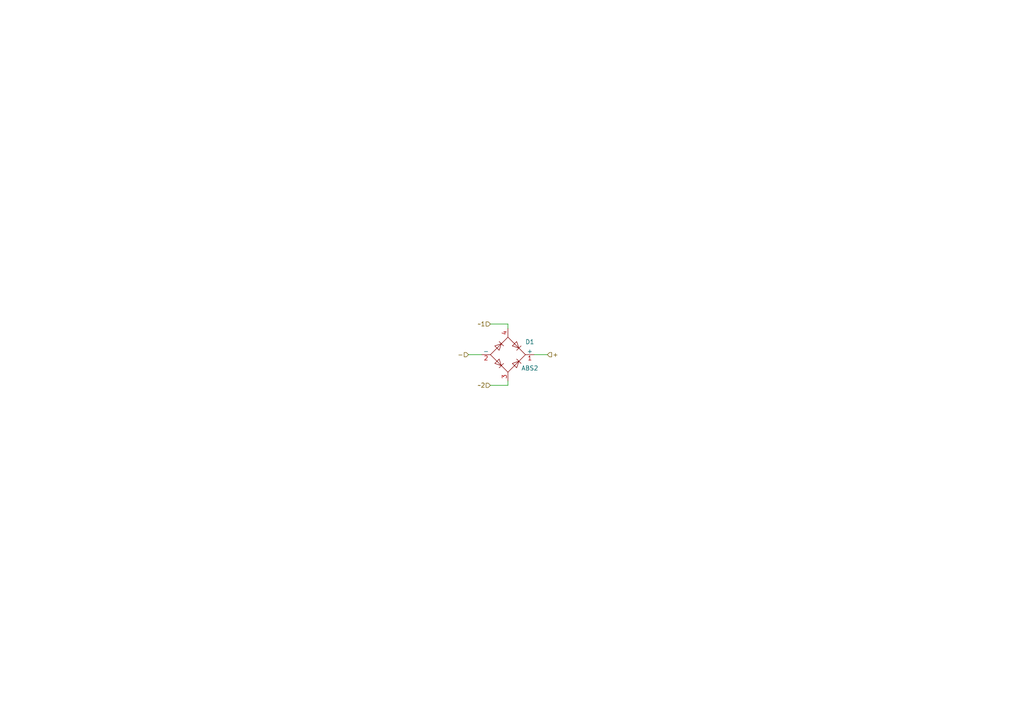
<source format=kicad_sch>
(kicad_sch (version 20230121) (generator eeschema)
  (paper "A4")
  (lib_symbols
    (symbol "Diode_Bridge:ABS2" (pin_names (offset 0))
      (property "Reference" "D" (at 2.54 6.985 0))
      (property "Value" "ABS2" (at 2.54 5.08 0))
      (symbol "ABS2_0_1"
        (polyline (pts (xy -2.54 3.81) (xy -1.27 2.54)))
        (polyline (pts (xy -1.27 -2.54) (xy -2.54 -3.81)))
        (polyline (pts (xy 2.54 -1.27) (xy 3.81 -2.54)))
        (polyline (pts (xy 2.54 1.27) (xy 3.81 2.54)))
        (polyline (pts (xy -3.81 2.54) (xy -2.54 1.27) (xy -1.905 3.175) (xy -3.81 2.54)))
        (polyline (pts (xy -2.54 -1.27) (xy -3.81 -2.54) (xy -1.905 -3.175) (xy -2.54 -1.27)))
        (polyline (pts (xy 1.27 2.54) (xy 2.54 3.81) (xy 3.175 1.905) (xy 1.27 2.54)))
        (polyline (pts (xy 3.175 -1.905) (xy 1.27 -2.54) (xy 2.54 -3.81) (xy 3.175 -1.905)))
        (polyline (pts (xy -5.08 0) (xy 0 -5.08) (xy 5.08 0) (xy 0 5.08) (xy -5.08 0)))
      )
      (symbol "ABS2_1_1"
        (pin passive line (at 7.62 0 180) (length 2.54) (name "+") (number "1"))
        (pin passive line (at -7.62 0 0) (length 2.54) (name "-") (number "2"))
        (pin passive line (at 0 -7.62 90) (length 2.54) (name "~") (number "3"))
        (pin passive line (at 0 7.62 270) (length 2.54) (name "~") (number "4"))
      )
    )
  )
  (wire (pts (xy 135.89 102.87) (xy 139.7 102.87)))
  (wire (pts (xy 154.94 102.87) (xy 158.75 102.87)))
  (wire (pts (xy 142.24 93.98) (xy 147.32 93.98)))
  (wire (pts (xy 147.32 93.98) (xy 147.32 95.25)))
  (wire (pts (xy 147.32 111.76) (xy 147.32 110.49)))
  (wire (pts (xy 142.24 111.76) (xy 147.32 111.76)))
  (hierarchical_label "~2" (shape input) (at 142.24 111.76 180))
  (hierarchical_label "~1" (shape input) (at 142.24 93.98 180))
  (hierarchical_label "+" (shape input) (at 158.75 102.87 0))
  (hierarchical_label "-" (shape input) (at 135.89 102.87 180))
  (symbol (lib_id "Diode_Bridge:ABS2") (at 147.32 102.87 0) (unit 1)
    (property "Reference" "D1" (at 153.67 99.1617 0))
    (property "Value" "ABS2" (at 153.67 106.7817 0))
    (property "Footprint" "Diode_SMD:Diode_Bridge_Diotec_ABS" (effects hide))
    (property "Datasheet" "https://diotec.com/tl_files/diotec/files/pdf/datasheets/abs2.pdf" (effects hide))
    (property "LCSC" "C224221" (effects hide))
    (instances (project "board" (path "" (reference "D1") (unit 1)) (path "" (reference "D2") (unit 1))) (project "cm4-robot" (path "" (reference "D22") (unit 1))))
  )
)
</source>
